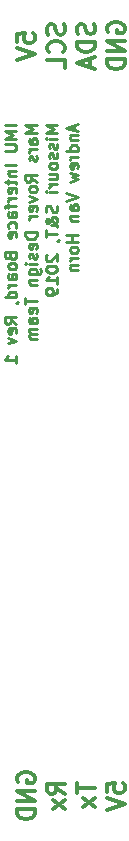
<source format=gbr>
G04 #@! TF.GenerationSoftware,KiCad,Pcbnew,(5.0.2)-1*
G04 #@! TF.CreationDate,2019-04-19T09:34:29-05:00*
G04 #@! TF.ProjectId,ArduinoNanoInterface_Hardware,41726475-696e-46f4-9e61-6e6f496e7465,rev?*
G04 #@! TF.SameCoordinates,Original*
G04 #@! TF.FileFunction,Legend,Bot*
G04 #@! TF.FilePolarity,Positive*
%FSLAX46Y46*%
G04 Gerber Fmt 4.6, Leading zero omitted, Abs format (unit mm)*
G04 Created by KiCad (PCBNEW (5.0.2)-1) date 4/19/2019 9:34:29 AM*
%MOMM*%
%LPD*%
G01*
G04 APERTURE LIST*
%ADD10C,0.248000*%
%ADD11C,0.300000*%
G04 APERTURE END LIST*
D10*
X89284761Y-74057390D02*
X88292761Y-74057390D01*
X89284761Y-74529771D02*
X88292761Y-74529771D01*
X89001333Y-74860438D01*
X88292761Y-75191104D01*
X89284761Y-75191104D01*
X88292761Y-75663485D02*
X89095809Y-75663485D01*
X89190285Y-75710723D01*
X89237523Y-75757961D01*
X89284761Y-75852438D01*
X89284761Y-76041390D01*
X89237523Y-76135866D01*
X89190285Y-76183104D01*
X89095809Y-76230342D01*
X88292761Y-76230342D01*
X89284761Y-77458533D02*
X88292761Y-77458533D01*
X88623428Y-77930914D02*
X89284761Y-77930914D01*
X88717904Y-77930914D02*
X88670666Y-77978152D01*
X88623428Y-78072628D01*
X88623428Y-78214342D01*
X88670666Y-78308819D01*
X88765142Y-78356057D01*
X89284761Y-78356057D01*
X88623428Y-78686723D02*
X88623428Y-79064628D01*
X88292761Y-78828438D02*
X89143047Y-78828438D01*
X89237523Y-78875676D01*
X89284761Y-78970152D01*
X89284761Y-79064628D01*
X89237523Y-79773200D02*
X89284761Y-79678723D01*
X89284761Y-79489771D01*
X89237523Y-79395295D01*
X89143047Y-79348057D01*
X88765142Y-79348057D01*
X88670666Y-79395295D01*
X88623428Y-79489771D01*
X88623428Y-79678723D01*
X88670666Y-79773200D01*
X88765142Y-79820438D01*
X88859619Y-79820438D01*
X88954095Y-79348057D01*
X89284761Y-80245580D02*
X88623428Y-80245580D01*
X88812380Y-80245580D02*
X88717904Y-80292819D01*
X88670666Y-80340057D01*
X88623428Y-80434533D01*
X88623428Y-80529009D01*
X88623428Y-80717961D02*
X88623428Y-81095866D01*
X89284761Y-80859676D02*
X88434476Y-80859676D01*
X88340000Y-80906914D01*
X88292761Y-81001390D01*
X88292761Y-81095866D01*
X89284761Y-81851676D02*
X88765142Y-81851676D01*
X88670666Y-81804438D01*
X88623428Y-81709961D01*
X88623428Y-81521009D01*
X88670666Y-81426533D01*
X89237523Y-81851676D02*
X89284761Y-81757200D01*
X89284761Y-81521009D01*
X89237523Y-81426533D01*
X89143047Y-81379295D01*
X89048571Y-81379295D01*
X88954095Y-81426533D01*
X88906857Y-81521009D01*
X88906857Y-81757200D01*
X88859619Y-81851676D01*
X89237523Y-82749200D02*
X89284761Y-82654723D01*
X89284761Y-82465771D01*
X89237523Y-82371295D01*
X89190285Y-82324057D01*
X89095809Y-82276819D01*
X88812380Y-82276819D01*
X88717904Y-82324057D01*
X88670666Y-82371295D01*
X88623428Y-82465771D01*
X88623428Y-82654723D01*
X88670666Y-82749200D01*
X89237523Y-83552247D02*
X89284761Y-83457771D01*
X89284761Y-83268819D01*
X89237523Y-83174342D01*
X89143047Y-83127104D01*
X88765142Y-83127104D01*
X88670666Y-83174342D01*
X88623428Y-83268819D01*
X88623428Y-83457771D01*
X88670666Y-83552247D01*
X88765142Y-83599485D01*
X88859619Y-83599485D01*
X88954095Y-83127104D01*
X88765142Y-85111104D02*
X88812380Y-85252819D01*
X88859619Y-85300057D01*
X88954095Y-85347295D01*
X89095809Y-85347295D01*
X89190285Y-85300057D01*
X89237523Y-85252819D01*
X89284761Y-85158342D01*
X89284761Y-84780438D01*
X88292761Y-84780438D01*
X88292761Y-85111104D01*
X88340000Y-85205580D01*
X88387238Y-85252819D01*
X88481714Y-85300057D01*
X88576190Y-85300057D01*
X88670666Y-85252819D01*
X88717904Y-85205580D01*
X88765142Y-85111104D01*
X88765142Y-84780438D01*
X89284761Y-85914152D02*
X89237523Y-85819676D01*
X89190285Y-85772438D01*
X89095809Y-85725200D01*
X88812380Y-85725200D01*
X88717904Y-85772438D01*
X88670666Y-85819676D01*
X88623428Y-85914152D01*
X88623428Y-86055866D01*
X88670666Y-86150342D01*
X88717904Y-86197580D01*
X88812380Y-86244819D01*
X89095809Y-86244819D01*
X89190285Y-86197580D01*
X89237523Y-86150342D01*
X89284761Y-86055866D01*
X89284761Y-85914152D01*
X89284761Y-87095104D02*
X88765142Y-87095104D01*
X88670666Y-87047866D01*
X88623428Y-86953390D01*
X88623428Y-86764438D01*
X88670666Y-86669961D01*
X89237523Y-87095104D02*
X89284761Y-87000628D01*
X89284761Y-86764438D01*
X89237523Y-86669961D01*
X89143047Y-86622723D01*
X89048571Y-86622723D01*
X88954095Y-86669961D01*
X88906857Y-86764438D01*
X88906857Y-87000628D01*
X88859619Y-87095104D01*
X89284761Y-87567485D02*
X88623428Y-87567485D01*
X88812380Y-87567485D02*
X88717904Y-87614723D01*
X88670666Y-87661961D01*
X88623428Y-87756438D01*
X88623428Y-87850914D01*
X89284761Y-88606723D02*
X88292761Y-88606723D01*
X89237523Y-88606723D02*
X89284761Y-88512247D01*
X89284761Y-88323295D01*
X89237523Y-88228819D01*
X89190285Y-88181580D01*
X89095809Y-88134342D01*
X88812380Y-88134342D01*
X88717904Y-88181580D01*
X88670666Y-88228819D01*
X88623428Y-88323295D01*
X88623428Y-88512247D01*
X88670666Y-88606723D01*
X89237523Y-89126342D02*
X89284761Y-89126342D01*
X89379238Y-89079104D01*
X89426476Y-89031866D01*
X89284761Y-90874152D02*
X88812380Y-90543485D01*
X89284761Y-90307295D02*
X88292761Y-90307295D01*
X88292761Y-90685200D01*
X88340000Y-90779676D01*
X88387238Y-90826914D01*
X88481714Y-90874152D01*
X88623428Y-90874152D01*
X88717904Y-90826914D01*
X88765142Y-90779676D01*
X88812380Y-90685200D01*
X88812380Y-90307295D01*
X89237523Y-91677200D02*
X89284761Y-91582723D01*
X89284761Y-91393771D01*
X89237523Y-91299295D01*
X89143047Y-91252057D01*
X88765142Y-91252057D01*
X88670666Y-91299295D01*
X88623428Y-91393771D01*
X88623428Y-91582723D01*
X88670666Y-91677200D01*
X88765142Y-91724438D01*
X88859619Y-91724438D01*
X88954095Y-91252057D01*
X88623428Y-92055104D02*
X89284761Y-92291295D01*
X88623428Y-92527485D01*
X89284761Y-94180819D02*
X89284761Y-93613961D01*
X89284761Y-93897390D02*
X88292761Y-93897390D01*
X88434476Y-93802914D01*
X88528952Y-93708438D01*
X88576190Y-93613961D01*
X91020761Y-74057390D02*
X90028761Y-74057390D01*
X90737333Y-74388057D01*
X90028761Y-74718723D01*
X91020761Y-74718723D01*
X91020761Y-75616247D02*
X90501142Y-75616247D01*
X90406666Y-75569009D01*
X90359428Y-75474533D01*
X90359428Y-75285580D01*
X90406666Y-75191104D01*
X90973523Y-75616247D02*
X91020761Y-75521771D01*
X91020761Y-75285580D01*
X90973523Y-75191104D01*
X90879047Y-75143866D01*
X90784571Y-75143866D01*
X90690095Y-75191104D01*
X90642857Y-75285580D01*
X90642857Y-75521771D01*
X90595619Y-75616247D01*
X91020761Y-76088628D02*
X90359428Y-76088628D01*
X90548380Y-76088628D02*
X90453904Y-76135866D01*
X90406666Y-76183104D01*
X90359428Y-76277580D01*
X90359428Y-76372057D01*
X90973523Y-76655485D02*
X91020761Y-76749961D01*
X91020761Y-76938914D01*
X90973523Y-77033390D01*
X90879047Y-77080628D01*
X90831809Y-77080628D01*
X90737333Y-77033390D01*
X90690095Y-76938914D01*
X90690095Y-76797200D01*
X90642857Y-76702723D01*
X90548380Y-76655485D01*
X90501142Y-76655485D01*
X90406666Y-76702723D01*
X90359428Y-76797200D01*
X90359428Y-76938914D01*
X90406666Y-77033390D01*
X91020761Y-78828438D02*
X90548380Y-78497771D01*
X91020761Y-78261580D02*
X90028761Y-78261580D01*
X90028761Y-78639485D01*
X90076000Y-78733961D01*
X90123238Y-78781200D01*
X90217714Y-78828438D01*
X90359428Y-78828438D01*
X90453904Y-78781200D01*
X90501142Y-78733961D01*
X90548380Y-78639485D01*
X90548380Y-78261580D01*
X91020761Y-79395295D02*
X90973523Y-79300819D01*
X90926285Y-79253580D01*
X90831809Y-79206342D01*
X90548380Y-79206342D01*
X90453904Y-79253580D01*
X90406666Y-79300819D01*
X90359428Y-79395295D01*
X90359428Y-79537009D01*
X90406666Y-79631485D01*
X90453904Y-79678723D01*
X90548380Y-79725961D01*
X90831809Y-79725961D01*
X90926285Y-79678723D01*
X90973523Y-79631485D01*
X91020761Y-79537009D01*
X91020761Y-79395295D01*
X90359428Y-80056628D02*
X91020761Y-80292819D01*
X90359428Y-80529009D01*
X90973523Y-81284819D02*
X91020761Y-81190342D01*
X91020761Y-81001390D01*
X90973523Y-80906914D01*
X90879047Y-80859676D01*
X90501142Y-80859676D01*
X90406666Y-80906914D01*
X90359428Y-81001390D01*
X90359428Y-81190342D01*
X90406666Y-81284819D01*
X90501142Y-81332057D01*
X90595619Y-81332057D01*
X90690095Y-80859676D01*
X91020761Y-81757200D02*
X90359428Y-81757200D01*
X90548380Y-81757200D02*
X90453904Y-81804438D01*
X90406666Y-81851676D01*
X90359428Y-81946152D01*
X90359428Y-82040628D01*
X91020761Y-83127104D02*
X90028761Y-83127104D01*
X90028761Y-83363295D01*
X90076000Y-83505009D01*
X90170476Y-83599485D01*
X90264952Y-83646723D01*
X90453904Y-83693961D01*
X90595619Y-83693961D01*
X90784571Y-83646723D01*
X90879047Y-83599485D01*
X90973523Y-83505009D01*
X91020761Y-83363295D01*
X91020761Y-83127104D01*
X90973523Y-84497009D02*
X91020761Y-84402533D01*
X91020761Y-84213580D01*
X90973523Y-84119104D01*
X90879047Y-84071866D01*
X90501142Y-84071866D01*
X90406666Y-84119104D01*
X90359428Y-84213580D01*
X90359428Y-84402533D01*
X90406666Y-84497009D01*
X90501142Y-84544247D01*
X90595619Y-84544247D01*
X90690095Y-84071866D01*
X90973523Y-84922152D02*
X91020761Y-85016628D01*
X91020761Y-85205580D01*
X90973523Y-85300057D01*
X90879047Y-85347295D01*
X90831809Y-85347295D01*
X90737333Y-85300057D01*
X90690095Y-85205580D01*
X90690095Y-85063866D01*
X90642857Y-84969390D01*
X90548380Y-84922152D01*
X90501142Y-84922152D01*
X90406666Y-84969390D01*
X90359428Y-85063866D01*
X90359428Y-85205580D01*
X90406666Y-85300057D01*
X91020761Y-85772438D02*
X90359428Y-85772438D01*
X90028761Y-85772438D02*
X90076000Y-85725200D01*
X90123238Y-85772438D01*
X90076000Y-85819676D01*
X90028761Y-85772438D01*
X90123238Y-85772438D01*
X90359428Y-86669961D02*
X91162476Y-86669961D01*
X91256952Y-86622723D01*
X91304190Y-86575485D01*
X91351428Y-86481009D01*
X91351428Y-86339295D01*
X91304190Y-86244819D01*
X90973523Y-86669961D02*
X91020761Y-86575485D01*
X91020761Y-86386533D01*
X90973523Y-86292057D01*
X90926285Y-86244819D01*
X90831809Y-86197580D01*
X90548380Y-86197580D01*
X90453904Y-86244819D01*
X90406666Y-86292057D01*
X90359428Y-86386533D01*
X90359428Y-86575485D01*
X90406666Y-86669961D01*
X90359428Y-87142342D02*
X91020761Y-87142342D01*
X90453904Y-87142342D02*
X90406666Y-87189580D01*
X90359428Y-87284057D01*
X90359428Y-87425771D01*
X90406666Y-87520247D01*
X90501142Y-87567485D01*
X91020761Y-87567485D01*
X90028761Y-88653961D02*
X90028761Y-89220819D01*
X91020761Y-88937390D02*
X90028761Y-88937390D01*
X90973523Y-89929390D02*
X91020761Y-89834914D01*
X91020761Y-89645961D01*
X90973523Y-89551485D01*
X90879047Y-89504247D01*
X90501142Y-89504247D01*
X90406666Y-89551485D01*
X90359428Y-89645961D01*
X90359428Y-89834914D01*
X90406666Y-89929390D01*
X90501142Y-89976628D01*
X90595619Y-89976628D01*
X90690095Y-89504247D01*
X91020761Y-90826914D02*
X90501142Y-90826914D01*
X90406666Y-90779676D01*
X90359428Y-90685200D01*
X90359428Y-90496247D01*
X90406666Y-90401771D01*
X90973523Y-90826914D02*
X91020761Y-90732438D01*
X91020761Y-90496247D01*
X90973523Y-90401771D01*
X90879047Y-90354533D01*
X90784571Y-90354533D01*
X90690095Y-90401771D01*
X90642857Y-90496247D01*
X90642857Y-90732438D01*
X90595619Y-90826914D01*
X91020761Y-91299295D02*
X90359428Y-91299295D01*
X90453904Y-91299295D02*
X90406666Y-91346533D01*
X90359428Y-91441009D01*
X90359428Y-91582723D01*
X90406666Y-91677200D01*
X90501142Y-91724438D01*
X91020761Y-91724438D01*
X90501142Y-91724438D02*
X90406666Y-91771676D01*
X90359428Y-91866152D01*
X90359428Y-92007866D01*
X90406666Y-92102342D01*
X90501142Y-92149580D01*
X91020761Y-92149580D01*
X92756761Y-74057390D02*
X91764761Y-74057390D01*
X92473333Y-74388057D01*
X91764761Y-74718723D01*
X92756761Y-74718723D01*
X92756761Y-75191104D02*
X92095428Y-75191104D01*
X91764761Y-75191104D02*
X91812000Y-75143866D01*
X91859238Y-75191104D01*
X91812000Y-75238342D01*
X91764761Y-75191104D01*
X91859238Y-75191104D01*
X92709523Y-75616247D02*
X92756761Y-75710723D01*
X92756761Y-75899676D01*
X92709523Y-75994152D01*
X92615047Y-76041390D01*
X92567809Y-76041390D01*
X92473333Y-75994152D01*
X92426095Y-75899676D01*
X92426095Y-75757961D01*
X92378857Y-75663485D01*
X92284380Y-75616247D01*
X92237142Y-75616247D01*
X92142666Y-75663485D01*
X92095428Y-75757961D01*
X92095428Y-75899676D01*
X92142666Y-75994152D01*
X92709523Y-76419295D02*
X92756761Y-76513771D01*
X92756761Y-76702723D01*
X92709523Y-76797200D01*
X92615047Y-76844438D01*
X92567809Y-76844438D01*
X92473333Y-76797200D01*
X92426095Y-76702723D01*
X92426095Y-76561009D01*
X92378857Y-76466533D01*
X92284380Y-76419295D01*
X92237142Y-76419295D01*
X92142666Y-76466533D01*
X92095428Y-76561009D01*
X92095428Y-76702723D01*
X92142666Y-76797200D01*
X92756761Y-77411295D02*
X92709523Y-77316819D01*
X92662285Y-77269580D01*
X92567809Y-77222342D01*
X92284380Y-77222342D01*
X92189904Y-77269580D01*
X92142666Y-77316819D01*
X92095428Y-77411295D01*
X92095428Y-77553009D01*
X92142666Y-77647485D01*
X92189904Y-77694723D01*
X92284380Y-77741961D01*
X92567809Y-77741961D01*
X92662285Y-77694723D01*
X92709523Y-77647485D01*
X92756761Y-77553009D01*
X92756761Y-77411295D01*
X92095428Y-78592247D02*
X92756761Y-78592247D01*
X92095428Y-78167104D02*
X92615047Y-78167104D01*
X92709523Y-78214342D01*
X92756761Y-78308819D01*
X92756761Y-78450533D01*
X92709523Y-78545009D01*
X92662285Y-78592247D01*
X92756761Y-79064628D02*
X92095428Y-79064628D01*
X92284380Y-79064628D02*
X92189904Y-79111866D01*
X92142666Y-79159104D01*
X92095428Y-79253580D01*
X92095428Y-79348057D01*
X92756761Y-79678723D02*
X92095428Y-79678723D01*
X91764761Y-79678723D02*
X91812000Y-79631485D01*
X91859238Y-79678723D01*
X91812000Y-79725961D01*
X91764761Y-79678723D01*
X91859238Y-79678723D01*
X92709523Y-80859676D02*
X92756761Y-81001390D01*
X92756761Y-81237580D01*
X92709523Y-81332057D01*
X92662285Y-81379295D01*
X92567809Y-81426533D01*
X92473333Y-81426533D01*
X92378857Y-81379295D01*
X92331619Y-81332057D01*
X92284380Y-81237580D01*
X92237142Y-81048628D01*
X92189904Y-80954152D01*
X92142666Y-80906914D01*
X92048190Y-80859676D01*
X91953714Y-80859676D01*
X91859238Y-80906914D01*
X91812000Y-80954152D01*
X91764761Y-81048628D01*
X91764761Y-81284819D01*
X91812000Y-81426533D01*
X92756761Y-82654723D02*
X92756761Y-82607485D01*
X92709523Y-82513009D01*
X92567809Y-82371295D01*
X92284380Y-82135104D01*
X92142666Y-82040628D01*
X92000952Y-81993390D01*
X91906476Y-81993390D01*
X91812000Y-82040628D01*
X91764761Y-82135104D01*
X91764761Y-82182342D01*
X91812000Y-82276819D01*
X91906476Y-82324057D01*
X91953714Y-82324057D01*
X92048190Y-82276819D01*
X92095428Y-82229580D01*
X92284380Y-81946152D01*
X92331619Y-81898914D01*
X92426095Y-81851676D01*
X92567809Y-81851676D01*
X92662285Y-81898914D01*
X92709523Y-81946152D01*
X92756761Y-82040628D01*
X92756761Y-82182342D01*
X92709523Y-82276819D01*
X92662285Y-82324057D01*
X92473333Y-82465771D01*
X92331619Y-82513009D01*
X92237142Y-82513009D01*
X91764761Y-82938152D02*
X91764761Y-83505009D01*
X92756761Y-83221580D02*
X91764761Y-83221580D01*
X92709523Y-83882914D02*
X92756761Y-83882914D01*
X92851238Y-83835676D01*
X92898476Y-83788438D01*
X91859238Y-85016628D02*
X91812000Y-85063866D01*
X91764761Y-85158342D01*
X91764761Y-85394533D01*
X91812000Y-85489009D01*
X91859238Y-85536247D01*
X91953714Y-85583485D01*
X92048190Y-85583485D01*
X92189904Y-85536247D01*
X92756761Y-84969390D01*
X92756761Y-85583485D01*
X91764761Y-86197580D02*
X91764761Y-86292057D01*
X91812000Y-86386533D01*
X91859238Y-86433771D01*
X91953714Y-86481009D01*
X92142666Y-86528247D01*
X92378857Y-86528247D01*
X92567809Y-86481009D01*
X92662285Y-86433771D01*
X92709523Y-86386533D01*
X92756761Y-86292057D01*
X92756761Y-86197580D01*
X92709523Y-86103104D01*
X92662285Y-86055866D01*
X92567809Y-86008628D01*
X92378857Y-85961390D01*
X92142666Y-85961390D01*
X91953714Y-86008628D01*
X91859238Y-86055866D01*
X91812000Y-86103104D01*
X91764761Y-86197580D01*
X92756761Y-87473009D02*
X92756761Y-86906152D01*
X92756761Y-87189580D02*
X91764761Y-87189580D01*
X91906476Y-87095104D01*
X92000952Y-87000628D01*
X92048190Y-86906152D01*
X92756761Y-87945390D02*
X92756761Y-88134342D01*
X92709523Y-88228819D01*
X92662285Y-88276057D01*
X92520571Y-88370533D01*
X92331619Y-88417771D01*
X91953714Y-88417771D01*
X91859238Y-88370533D01*
X91812000Y-88323295D01*
X91764761Y-88228819D01*
X91764761Y-88039866D01*
X91812000Y-87945390D01*
X91859238Y-87898152D01*
X91953714Y-87850914D01*
X92189904Y-87850914D01*
X92284380Y-87898152D01*
X92331619Y-87945390D01*
X92378857Y-88039866D01*
X92378857Y-88228819D01*
X92331619Y-88323295D01*
X92284380Y-88370533D01*
X92189904Y-88417771D01*
X94209333Y-74010152D02*
X94209333Y-74482533D01*
X94492761Y-73915676D02*
X93500761Y-74246342D01*
X94492761Y-74577009D01*
X93831428Y-74907676D02*
X94492761Y-74907676D01*
X93925904Y-74907676D02*
X93878666Y-74954914D01*
X93831428Y-75049390D01*
X93831428Y-75191104D01*
X93878666Y-75285580D01*
X93973142Y-75332819D01*
X94492761Y-75332819D01*
X94492761Y-76230342D02*
X93500761Y-76230342D01*
X94445523Y-76230342D02*
X94492761Y-76135866D01*
X94492761Y-75946914D01*
X94445523Y-75852438D01*
X94398285Y-75805200D01*
X94303809Y-75757961D01*
X94020380Y-75757961D01*
X93925904Y-75805200D01*
X93878666Y-75852438D01*
X93831428Y-75946914D01*
X93831428Y-76135866D01*
X93878666Y-76230342D01*
X94492761Y-76702723D02*
X93831428Y-76702723D01*
X94020380Y-76702723D02*
X93925904Y-76749961D01*
X93878666Y-76797200D01*
X93831428Y-76891676D01*
X93831428Y-76986152D01*
X94445523Y-77694723D02*
X94492761Y-77600247D01*
X94492761Y-77411295D01*
X94445523Y-77316819D01*
X94351047Y-77269580D01*
X93973142Y-77269580D01*
X93878666Y-77316819D01*
X93831428Y-77411295D01*
X93831428Y-77600247D01*
X93878666Y-77694723D01*
X93973142Y-77741961D01*
X94067619Y-77741961D01*
X94162095Y-77269580D01*
X93831428Y-78072628D02*
X94492761Y-78261580D01*
X94020380Y-78450533D01*
X94492761Y-78639485D01*
X93831428Y-78828438D01*
X93500761Y-79820438D02*
X94492761Y-80151104D01*
X93500761Y-80481771D01*
X94492761Y-81237580D02*
X93973142Y-81237580D01*
X93878666Y-81190342D01*
X93831428Y-81095866D01*
X93831428Y-80906914D01*
X93878666Y-80812438D01*
X94445523Y-81237580D02*
X94492761Y-81143104D01*
X94492761Y-80906914D01*
X94445523Y-80812438D01*
X94351047Y-80765200D01*
X94256571Y-80765200D01*
X94162095Y-80812438D01*
X94114857Y-80906914D01*
X94114857Y-81143104D01*
X94067619Y-81237580D01*
X93831428Y-81709961D02*
X94492761Y-81709961D01*
X93925904Y-81709961D02*
X93878666Y-81757200D01*
X93831428Y-81851676D01*
X93831428Y-81993390D01*
X93878666Y-82087866D01*
X93973142Y-82135104D01*
X94492761Y-82135104D01*
X94492761Y-83363295D02*
X93500761Y-83363295D01*
X93973142Y-83363295D02*
X93973142Y-83930152D01*
X94492761Y-83930152D02*
X93500761Y-83930152D01*
X94492761Y-84544247D02*
X94445523Y-84449771D01*
X94398285Y-84402533D01*
X94303809Y-84355295D01*
X94020380Y-84355295D01*
X93925904Y-84402533D01*
X93878666Y-84449771D01*
X93831428Y-84544247D01*
X93831428Y-84685961D01*
X93878666Y-84780438D01*
X93925904Y-84827676D01*
X94020380Y-84874914D01*
X94303809Y-84874914D01*
X94398285Y-84827676D01*
X94445523Y-84780438D01*
X94492761Y-84685961D01*
X94492761Y-84544247D01*
X94492761Y-85300057D02*
X93831428Y-85300057D01*
X94020380Y-85300057D02*
X93925904Y-85347295D01*
X93878666Y-85394533D01*
X93831428Y-85489009D01*
X93831428Y-85583485D01*
X93831428Y-85914152D02*
X94492761Y-85914152D01*
X93925904Y-85914152D02*
X93878666Y-85961390D01*
X93831428Y-86055866D01*
X93831428Y-86197580D01*
X93878666Y-86292057D01*
X93973142Y-86339295D01*
X94492761Y-86339295D01*
D11*
X89420000Y-129667142D02*
X89348571Y-129524285D01*
X89348571Y-129310000D01*
X89420000Y-129095714D01*
X89562857Y-128952857D01*
X89705714Y-128881428D01*
X89991428Y-128810000D01*
X90205714Y-128810000D01*
X90491428Y-128881428D01*
X90634285Y-128952857D01*
X90777142Y-129095714D01*
X90848571Y-129310000D01*
X90848571Y-129452857D01*
X90777142Y-129667142D01*
X90705714Y-129738571D01*
X90205714Y-129738571D01*
X90205714Y-129452857D01*
X90848571Y-130381428D02*
X89348571Y-130381428D01*
X90848571Y-131238571D01*
X89348571Y-131238571D01*
X90848571Y-131952857D02*
X89348571Y-131952857D01*
X89348571Y-132310000D01*
X89420000Y-132524285D01*
X89562857Y-132667142D01*
X89705714Y-132738571D01*
X89991428Y-132810000D01*
X90205714Y-132810000D01*
X90491428Y-132738571D01*
X90634285Y-132667142D01*
X90777142Y-132524285D01*
X90848571Y-132310000D01*
X90848571Y-131952857D01*
X94428571Y-129774285D02*
X94428571Y-130631428D01*
X95928571Y-130202857D02*
X94428571Y-130202857D01*
X95928571Y-130988571D02*
X94928571Y-131774285D01*
X94928571Y-130988571D02*
X95928571Y-131774285D01*
X93388571Y-130667142D02*
X92674285Y-130167142D01*
X93388571Y-129810000D02*
X91888571Y-129810000D01*
X91888571Y-130381428D01*
X91960000Y-130524285D01*
X92031428Y-130595714D01*
X92174285Y-130667142D01*
X92388571Y-130667142D01*
X92531428Y-130595714D01*
X92602857Y-130524285D01*
X92674285Y-130381428D01*
X92674285Y-129810000D01*
X93388571Y-131167142D02*
X92388571Y-131952857D01*
X92388571Y-131167142D02*
X93388571Y-131952857D01*
X96968571Y-130524285D02*
X96968571Y-129810000D01*
X97682857Y-129738571D01*
X97611428Y-129810000D01*
X97540000Y-129952857D01*
X97540000Y-130310000D01*
X97611428Y-130452857D01*
X97682857Y-130524285D01*
X97825714Y-130595714D01*
X98182857Y-130595714D01*
X98325714Y-130524285D01*
X98397142Y-130452857D01*
X98468571Y-130310000D01*
X98468571Y-129952857D01*
X98397142Y-129810000D01*
X98325714Y-129738571D01*
X96968571Y-131024285D02*
X98468571Y-131524285D01*
X96968571Y-132024285D01*
X97040000Y-66167142D02*
X96968571Y-66024285D01*
X96968571Y-65810000D01*
X97040000Y-65595714D01*
X97182857Y-65452857D01*
X97325714Y-65381428D01*
X97611428Y-65310000D01*
X97825714Y-65310000D01*
X98111428Y-65381428D01*
X98254285Y-65452857D01*
X98397142Y-65595714D01*
X98468571Y-65810000D01*
X98468571Y-65952857D01*
X98397142Y-66167142D01*
X98325714Y-66238571D01*
X97825714Y-66238571D01*
X97825714Y-65952857D01*
X98468571Y-66881428D02*
X96968571Y-66881428D01*
X98468571Y-67738571D01*
X96968571Y-67738571D01*
X98468571Y-68452857D02*
X96968571Y-68452857D01*
X96968571Y-68810000D01*
X97040000Y-69024285D01*
X97182857Y-69167142D01*
X97325714Y-69238571D01*
X97611428Y-69310000D01*
X97825714Y-69310000D01*
X98111428Y-69238571D01*
X98254285Y-69167142D01*
X98397142Y-69024285D01*
X98468571Y-68810000D01*
X98468571Y-68452857D01*
X95857142Y-65488571D02*
X95928571Y-65702857D01*
X95928571Y-66060000D01*
X95857142Y-66202857D01*
X95785714Y-66274285D01*
X95642857Y-66345714D01*
X95500000Y-66345714D01*
X95357142Y-66274285D01*
X95285714Y-66202857D01*
X95214285Y-66060000D01*
X95142857Y-65774285D01*
X95071428Y-65631428D01*
X95000000Y-65560000D01*
X94857142Y-65488571D01*
X94714285Y-65488571D01*
X94571428Y-65560000D01*
X94500000Y-65631428D01*
X94428571Y-65774285D01*
X94428571Y-66131428D01*
X94500000Y-66345714D01*
X95928571Y-66988571D02*
X94428571Y-66988571D01*
X94428571Y-67345714D01*
X94500000Y-67560000D01*
X94642857Y-67702857D01*
X94785714Y-67774285D01*
X95071428Y-67845714D01*
X95285714Y-67845714D01*
X95571428Y-67774285D01*
X95714285Y-67702857D01*
X95857142Y-67560000D01*
X95928571Y-67345714D01*
X95928571Y-66988571D01*
X95500000Y-68417142D02*
X95500000Y-69131428D01*
X95928571Y-68274285D02*
X94428571Y-68774285D01*
X95928571Y-69274285D01*
X93317142Y-65524285D02*
X93388571Y-65738571D01*
X93388571Y-66095714D01*
X93317142Y-66238571D01*
X93245714Y-66310000D01*
X93102857Y-66381428D01*
X92960000Y-66381428D01*
X92817142Y-66310000D01*
X92745714Y-66238571D01*
X92674285Y-66095714D01*
X92602857Y-65810000D01*
X92531428Y-65667142D01*
X92460000Y-65595714D01*
X92317142Y-65524285D01*
X92174285Y-65524285D01*
X92031428Y-65595714D01*
X91960000Y-65667142D01*
X91888571Y-65810000D01*
X91888571Y-66167142D01*
X91960000Y-66381428D01*
X93245714Y-67881428D02*
X93317142Y-67810000D01*
X93388571Y-67595714D01*
X93388571Y-67452857D01*
X93317142Y-67238571D01*
X93174285Y-67095714D01*
X93031428Y-67024285D01*
X92745714Y-66952857D01*
X92531428Y-66952857D01*
X92245714Y-67024285D01*
X92102857Y-67095714D01*
X91960000Y-67238571D01*
X91888571Y-67452857D01*
X91888571Y-67595714D01*
X91960000Y-67810000D01*
X92031428Y-67881428D01*
X93388571Y-69238571D02*
X93388571Y-68524285D01*
X91888571Y-68524285D01*
X89348571Y-67024285D02*
X89348571Y-66310000D01*
X90062857Y-66238571D01*
X89991428Y-66310000D01*
X89920000Y-66452857D01*
X89920000Y-66810000D01*
X89991428Y-66952857D01*
X90062857Y-67024285D01*
X90205714Y-67095714D01*
X90562857Y-67095714D01*
X90705714Y-67024285D01*
X90777142Y-66952857D01*
X90848571Y-66810000D01*
X90848571Y-66452857D01*
X90777142Y-66310000D01*
X90705714Y-66238571D01*
X89348571Y-67524285D02*
X90848571Y-68024285D01*
X89348571Y-68524285D01*
M02*

</source>
